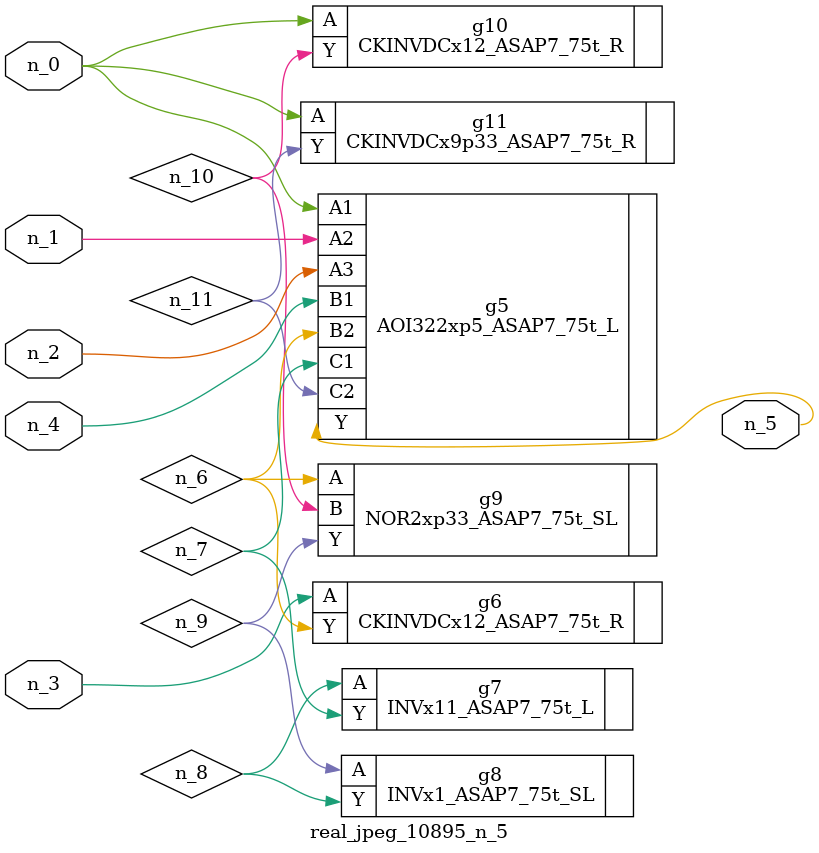
<source format=v>
module real_jpeg_10895_n_5 (n_4, n_0, n_1, n_2, n_3, n_5);

input n_4;
input n_0;
input n_1;
input n_2;
input n_3;

output n_5;

wire n_8;
wire n_11;
wire n_6;
wire n_7;
wire n_10;
wire n_9;

AOI322xp5_ASAP7_75t_L g5 ( 
.A1(n_0),
.A2(n_1),
.A3(n_2),
.B1(n_4),
.B2(n_6),
.C1(n_7),
.C2(n_11),
.Y(n_5)
);

CKINVDCx12_ASAP7_75t_R g10 ( 
.A(n_0),
.Y(n_10)
);

CKINVDCx9p33_ASAP7_75t_R g11 ( 
.A(n_0),
.Y(n_11)
);

CKINVDCx12_ASAP7_75t_R g6 ( 
.A(n_3),
.Y(n_6)
);

NOR2xp33_ASAP7_75t_SL g9 ( 
.A(n_6),
.B(n_10),
.Y(n_9)
);

INVx11_ASAP7_75t_L g7 ( 
.A(n_8),
.Y(n_7)
);

INVx1_ASAP7_75t_SL g8 ( 
.A(n_9),
.Y(n_8)
);


endmodule
</source>
